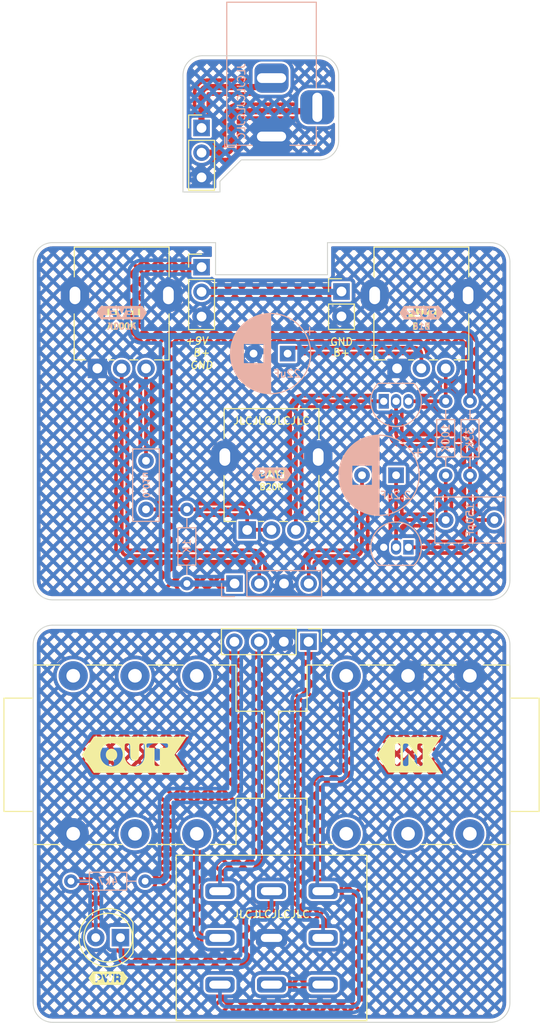
<source format=kicad_pcb>
(kicad_pcb (version 20221018) (generator pcbnew)
  (layers (0 "F.Cu" signal) (31 "B.Cu" signal) (34 "B.Paste" user) (35 "F.Paste" user) (36 "B.SilkS" user "B.Silkscreen") (37 "F.SilkS" user "F.Silkscreen") (38 "B.Mask" user) (39 "F.Mask" user) (44 "Edge.Cuts" user))
  (net 0 "")
  (net 1 "Net-(Q1-C)")
  (net 2 "Net-(Q1-B)")
  (net 3 "GND")
  (net 4 "Net-(Q2-C)")
  (net 5 "Net-(Q2-E)")
  (net 6 "+9V")
  (net 7 "Net-(C4-Pad1)")
  (net 8 "Net-(D1-A)")
  (net 9 "Net-(C3-Pad1)")
  (net 10 "Net-(C4-Pad2)")
  (net 11 "/IN")
  (net 12 "Net-(SW1A-C)")
  (net 13 "Net-(SW1A-A)")
  (net 14 "Net-(SW1C-B)")
  (net 16 "/OUT")
  (net 17 "/L")
  (net 18 "/B+")
  (footprint "kibuzzard-6566B11B" (layer "F.Cu") (at 163.615 121.115)
    (fp_text reference "kibuzzard-6566B11B" hide)
    (fp_text value "G***" hide)
  )
  (footprint "Fuzz:3PDT" (layer "F.Cu") (at 149.5 139.93)
    (fp_text reference "SW1" hide)
    (fp_text value "SW_TPDT_x3")
    (pad "1" thru_hole roundrect (at 5.3 -4.8) (size 3 1.625) (drill oval 2.2 0.825) (layers "*.Cu" "*.Mask") (net 13 "Net-(SW1A-A)"))
    (pad "2" thru_hole roundrect (at 5.3 0) (size 3 1.625) (drill oval 2.2 0.825) (layers "*.Cu" "*.Mask") (net 11 "/IN"))
    (pad "3" thru_hole roundrect (at 5.3 4.8) (size 3 1.625) (drill oval 2.2 0.825) (layers "*.Cu" "*.Mask") (net 12 "Net-(SW1A-C)"))
    (pad "4" thru_hole roundrect (at 0 -4.8) (size 3 1.625) (drill oval 2.2 0.825) (layers "*.Cu" "*.Mask") (net 17 "/L"))
    (pad "5" thru_hole roundrect (at 0 0) (size 3 1.625) (drill oval 2.2 0.825) (layers "*.Cu" "*.Mask") (net 3 "GND"))
    (pad "6" thru_hole roundrect (at 0 4.8) (size 3 1.625) (drill oval 2.2 0.825) (layers "*.Cu" "*.Mask") (net 12 "Net-(SW1A-C)"))
    (pad "7" thru_hole roundrect (at -5.3 -4.8) (size 3 1.625) (drill oval 2.2 0.825) (layers "*.Cu" "*.Mask") (net 16 "/OUT"))
    (pad "8" thru_hole roundrect (at -5.3 0) (size 3 1.625) (drill oval 2.2 0.825) (layers "*.Cu" "*.Mask") (net 14 "Net-(SW1C-B)"))
    (pad "9" thru_hole roundrect (at -5.3 4.8) (size 3 1.625) (drill oval 2.2 0.825) (layers "*.Cu" "*.Mask") (net 13 "Net-(SW1A-A)"))
  )
  (footprint "Connector_Audio:Jack_6.35mm_Neutrik_NMJ6HCD2_Horizontal" (layer "F.Cu") (at 157.18 113)
    (fp_text reference "J1" hide)
    (fp_text value "Audio In")
    (pad "R" thru_hole circle (at 6.35 0) (size 3 3) (drill 1.4) (layers "*.Cu" "*.Mask") (net 3 "GND"))
    (pad "RN" thru_hole circle (at 6.35 16.23) (size 3 3) (drill 1.4) (layers "*.Cu" "*.Mask"))
    (pad "S" thru_hole circle (at 12.7 0) (size 3 3) (drill 1.4) (layers "*.Cu" "*.Mask") (net 3 "GND"))
    (pad "SN" thru_hole circle (at 12.7 16.23) (size 3 3) (drill 1.4) (layers "*.Cu" "*.Mask"))
    (pad "T" thru_hole circle (at 0 0) (size 3 3) (drill 1.4) (layers "*.Cu" "*.Mask") (net 13 "Net-(SW1A-A)"))
    (pad "TN" thru_hole circle (at 0 16.23) (size 3 3) (drill 1.4) (layers "*.Cu" "*.Mask"))
  )
  (footprint "Connector_Audio:Jack_6.35mm_Neutrik_NMJ6HCD2_Horizontal" (layer "F.Cu") (at 141.82 129.23 180)
    (fp_text reference "J2" hide)
    (fp_text value "Audio Out")
    (pad "R" thru_hole circle (at 6.35 0 180) (size 3 3) (drill 1.4) (layers "*.Cu" "*.Mask"))
    (pad "RN" thru_hole circle (at 6.35 16.23 180) (size 3 3) (drill 1.4) (layers "*.Cu" "*.Mask"))
    (pad "S" thru_hole circle (at 12.7 0 180) (size 3 3) (drill 1.4) (layers "*.Cu" "*.Mask") (net 3 "GND"))
    (pad "SN" thru_hole circle (at 12.7 16.23 180) (size 3 3) (drill 1.4) (layers "*.Cu" "*.Mask"))
    (pad "T" thru_hole circle (at 0 0 180) (size 3 3) (drill 1.4) (layers "*.Cu" "*.Mask") (net 14 "Net-(SW1C-B)"))
    (pad "TN" thru_hole circle (at 0 16.23 180) (size 3 3) (drill 1.4) (layers "*.Cu" "*.Mask"))
  )
  (footprint "Potentiometer_THT:Potentiometer_Alpha_RD901F-40-00D_Single_Vertical" (layer "F.Cu") (at 131.6 81.425 90)
    (fp_text reference "RV2" hide)
    (fp_text value "A100K")
    (pad "" thru_hole oval (at 7.5 -2.3 180) (size 2.72 3.24) (drill oval 1.1 1.8) (layers "*.Cu" "*.Mask") (net 3 "GND"))
    (pad "" thru_hole oval (at 7.5 7.3 180) (size 2.72 3.24) (drill oval 1.1 1.8) (layers "*.Cu" "*.Mask") (net 3 "GND"))
    (pad "1" thru_hole rect (at 0 0 180) (size 1.8 1.8) (drill 1) (layers "*.Cu" "*.Mask") (net 3 "GND"))
    (pad "2" thru_hole circle (at 0 2.5 180) (size 1.8 1.8) (drill 1) (layers "*.Cu" "*.Mask") (net 16 "/OUT"))
    (pad "3" thru_hole circle (at 0 5 180) (size 1.8 1.8) (drill 1) (layers "*.Cu" "*.Mask") (net 10 "Net-(C4-Pad2)"))
  )
  (footprint "Connector_PinHeader_2.54mm:PinHeader_1x03_P2.54mm_Vertical" (layer "F.Cu") (at 142.31 71.02)
    (fp_text reference "J7" hide)
    (fp_text value "Conn_01x03")
    (pad "1" thru_hole rect (at 0 0) (size 1.7 1.7) (drill 1) (layers "*.Cu" "*.Mask") (net 6 "+9V"))
    (pad "2" thru_hole oval (at 0 2.54) (size 1.7 1.7) (drill 1) (layers "*.Cu" "*.Mask") (net 18 "/B+"))
    (pad "3" thru_hole oval (at 0 5.08) (size 1.7 1.7) (drill 1) (layers "*.Cu" "*.Mask") (net 3 "GND"))
  )
  (footprint "kibuzzard-6566B525" (layer "F.Cu") (at 132.7 144.065)
    (fp_text reference "kibuzzard-6566B525" hide)
    (fp_text value "G***" hide)
  )
  (footprint "kibuzzard-65663E0B" (layer "F.Cu") (at 134.1 75.7)
    (fp_text reference "kibuzzard-65663E0B" hide)
    (fp_text value "G***" hide)
  )
  (footprint "Connector_PinHeader_2.54mm:PinHeader_1x03_P2.54mm_Vertical" (layer "F.Cu") (at 142.31 56.72)
    (fp_text reference "J6" hide)
    (fp_text value "Conn_01x03")
    (pad "1" thru_hole rect (at 0 0) (size 1.7 1.7) (drill 1) (layers "*.Cu" "*.Mask") (net 6 "+9V"))
    (pad "2" thru_hole oval (at 0 2.54) (size 1.7 1.7) (drill 1) (layers "*.Cu" "*.Mask") (net 18 "/B+"))
    (pad "3" thru_hole oval (at 0 5.08) (size 1.7 1.7) (drill 1) (layers "*.Cu" "*.Mask") (net 3 "GND"))
  )
  (footprint "kibuzzard-6566AFB7" (layer "F.Cu") (at 135.385 121.115)
    (fp_text reference "kibuzzard-6566AFB7" hide)
    (fp_text value "G***" hide)
  )
  (footprint "LED_THT:LED_D5.0mm" (layer "F.Cu") (at 133.975 139.9 180)
    (fp_text reference "D1" hide)
    (fp_text value "LED")
    (pad "1" thru_hole rect (at 0 0 180) (size 1.8 1.8) (drill 0.9) (layers "*.Cu" "*.Mask") (net 17 "/L"))
    (pad "2" thru_hole circle (at 2.54 0 180) (size 1.8 1.8) (drill 0.9) (layers "*.Cu" "*.Mask") (net 8 "Net-(D1-A)"))
  )
  (footprint "Potentiometer_THT:Potentiometer_Alpha_RD901F-40-00D_Single_Vertical" (layer "F.Cu") (at 162.4 81.425 90)
    (fp_text reference "RV1" hide)
    (fp_text value "B1K")
    (pad "" thru_hole oval (at 7.5 -2.3 180) (size 2.72 3.24) (drill oval 1.1 1.8) (layers "*.Cu" "*.Mask") (net 3 "GND"))
    (pad "" thru_hole oval (at 7.5 7.3 180) (size 2.72 3.24) (drill oval 1.1 1.8) (layers "*.Cu" "*.Mask") (net 3 "GND"))
    (pad "1" thru_hole rect (at 0 0 180) (size 1.8 1.8) (drill 1) (layers "*.Cu" "*.Mask") (net 3 "GND"))
    (pad "2" thru_hole circle (at 0 2.5 180) (size 1.8 1.8) (drill 1) (layers "*.Cu" "*.Mask") (net 9 "Net-(C3-Pad1)"))
    (pad "3" thru_hole circle (at 0 5 180) (size 1.8 1.8) (drill 1) (layers "*.Cu" "*.Mask") (net 5 "Net-(Q2-E)"))
  )
  (footprint "kibuzzard-6566ADCD" (layer "F.Cu") (at 164.9 75.7)
    (fp_text reference "kibuzzard-6566ADCD" hide)
    (fp_text value "G***" hide)
  )
  (footprint "Potentiometer_THT:Potentiometer_Alpha_RD901F-40-00D_Single_Vertical" (layer "F.Cu") (at 147 98.025 90)
    (fp_text reference "RV3" hide)
    (fp_text value "20K")
    (pad "" thru_hole oval (at 7.5 -2.3 180) (size 2.72 3.24) (drill oval 1.1 1.8) (layers "*.Cu" "*.Mask") (net 3 "GND"))
    (pad "" thru_hole oval (at 7.5 7.3 180) (size 2.72 3.24) (drill oval 1.1 1.8) (layers "*.Cu" "*.Mask") (net 3 "GND"))
    (pad "1" thru_hole rect (at 0 0 180) (size 1.8 1.8) (drill 1) (layers "*.Cu" "*.Mask") (net 7 "Net-(C4-Pad1)"))
    (pad "2" thru_hole circle (at 0 2.5 180) (size 1.8 1.8) (drill 1) (layers "*.Cu" "*.Mask") (net 7 "Net-(C4-Pad1)"))
    (pad "3" thru_hole circle (at 0 5 180) (size 1.8 1.8) (drill 1) (layers "*.Cu" "*.Mask") (net 4 "Net-(Q2-C)"))
  )
  (footprint "kibuzzard-6566B576" (layer "F.Cu") (at 149.5 92.3)
    (fp_text reference "kibuzzard-6566B576" hide)
    (fp_text value "G***" hide)
  )
  (footprint "Connector_PinHeader_2.54mm:PinHeader_1x02_P2.54mm_Vertical" (layer "F.Cu") (at 156.69 73.54)
    (fp_text reference "BT1" hide)
    (fp_text value "9V")
    (pad "1" thru_hole rect (at 0 -0.02) (size 1.7 1.7) (drill 1) (layers "*.Cu" "*.Mask") (net 18 "/B+"))
    (pad "2" thru_hole oval (at 0 2.54) (size 1.7 1.7) (drill 1) (layers "*.Cu" "*.Mask") (net 3 "GND"))
  )
  (footprint "Connector_PinHeader_2.54mm:PinHeader_1x04_P2.54mm_Vertical" (layer "F.Cu") (at 153.3 109.5 -90)
    (fp_text reference "J8" hide)
    (fp_text value "Conn_01x04")
    (pad "1" thru_hole rect (at 0 0 270) (size 1.7 1.7) (drill 1) (layers "*.Cu" "*.Mask") (net 11 "/IN"))
    (pad "2" thru_hole oval (at 0 2.54 270) (size 1.7 1.7) (drill 1) (layers "*.Cu" "*.Mask") (net 3 "GND"))
    (pad "3" thru_hole oval (at 0 5.08 270) (size 1.7 1.7) (drill 1) (layers "*.Cu" "*.Mask") (net 16 "/OUT"))
    (pad "4" thru_hole oval (at 0 7.62 270) (size 1.7 1.7) (drill 1) (layers "*.Cu" "*.Mask") (net 6 "+9V"))
  )
  (footprint "Connector_PinSocket_2.54mm:PinSocket_1x04_P2.54mm_Vertical" (layer "B.Cu") (at 145.7 103.525 -90)
    (fp_text reference "J4" hide)
    (fp_text value "Conn_01x04")
    (pad "1" thru_hole rect (at 0 0 270) (size 1.7 1.7) (drill 1) (layers "*.Cu" "*.Mask") (net 6 "+9V"))
    (pad "2" thru_hole oval (at 0 -2.54 270) (size 1.7 1.7) (drill 1) (layers "*.Cu" "*.Mask") (net 16 "/OUT"))
    (pad "3" thru_hole oval (at 0 -5.08 270) (size 1.7 1.7) (drill 1) (layers "*.Cu" "*.Mask") (net 3 "GND"))
    (pad "4" thru_hole oval (at 0 -7.62 270) (size 1.7 1.7) (drill 1) (layers "*.Cu" "*.Mask") (net 11 "/IN"))
  )
  (footprint "kibuzzard-6566B0F9" (layer "B.Cu") (at 135.4 121.1 180)
    (fp_text reference "kibuzzard-6566B0F9" hide)
    (fp_text value "G***" hide)
    (fp_poly (pts (xy -2.917825 0) (xy -2.89754 -0.176565) (xy -2.836686 -0.329494) (xy -2.735263 -0.458787) (xy -2.541984 -0.590947) (xy -2.327275 -0.635) (xy -2.112963 -0.592138) (xy -1.920875 -0.46355) (xy -1.820333 -0.336197) (xy -1.760008 -0.182739) (xy -1.7399 -0.003175) (xy -1.760185 0.176742) (xy -1.821039 0.331258) (xy -1.922463 0.460375) (xy -2.115741 0.591344) (xy -2.33045 0.635) (xy -2.544763 0.590947) (xy -2.73685 0.458788) (xy -2.837392 0.329494) (xy -2.897717 0.176565) (xy -2.917825 0)) (fill solid) (layer "B.Cu"))
    (fp_poly (pts (xy -3.4798 1.858433) (xy -4.141258 1.858433) (xy -5.380214 1.858433) (xy -4.141258 0) (xy -5.380214 -1.858433) (xy -4.141258 -1.858433) (xy -3.4798 -1.858433) (xy -2.320925 -1.858433) (xy -2.320925 -1.196975) (xy -2.553196 -1.175147) (xy -2.767409 -1.109663) (xy -2.963565 -1.000522) (xy -3.141663 -0.847725) (xy -3.289598 -0.664766) (xy -3.395266 -0.465138) (xy -3.458666 -0.248841) (xy -3.4798 -0.015875) (xy -3.455988 0.239316) (xy -3.38455 0.477838) (xy -3.273425 0.689372) (xy -3.13055 0.8636) (xy -2.959894 1.002506) (xy -2.765425 1.108075) (xy -2.555875 1.17475) (xy -2.339975 1.196975) (xy -2.112764 1.175742) (xy -1.901031 1.112044) (xy -1.704777 1.00588) (xy -1.524 0.85725) (xy -1.372592 0.677168) (xy -1.264444 0.476647) (xy -1.199555 0.255687) (xy -1.177925 0.014288) (xy -1.198562 -0.228005) (xy -1.260475 -0.451644) (xy -1.363663 -0.65663) (xy -1.508125 -0.842963) (xy -1.68275 -0.997843) (xy -1.876425 -1.108472) (xy -2.08915 -1.174849) (xy -2.320925 -1.196975) (xy -2.320925 -1.858433) (xy 0.049213 -1.858433) (xy 0.049213 -1.196975) (xy -0.182562 -1.171575) (xy -0.392112 -1.095375) (xy -0.571897 -0.9779) (xy -0.714375 -0.828675) (xy -0.826889 -0.654844) (xy -0.907256 -0.4699) (xy -0.955477 -0.273844) (xy -0.97155 -0.066675) (xy -0.97155 0.889) (xy -0.966788 1.001713) (xy -0.936625 1.08585) (xy -0.8509 1.152525) (xy -0.688975 1.171575) (xy -0.52705 1.152525) (xy -0.4445 1.08585) (xy -0.4064 0.885825) (xy -0.4064 -0.066675) (xy -0.382587 -0.255587) (xy -0.31115 -0.434975) (xy -0.168275 -0.57785) (xy 0.05715 -0.631825) (xy 0.259556 -0.588963) (xy 0.403225 -0.460375) (xy 0.48895 -0.275431) (xy 0.517525 -0.0635) (xy 0.517525 0.90805) (xy 0.549275 1.082675) (xy 0.64135 1.152525) (xy 0.792163 1.171575) (xy 0.936625 1.1557) (xy 1.019175 1.1176) (xy 1.06045 1.050925) (xy 1.0795 0.885825) (xy 1.0795 -0.073025) (xy 1.063228 -0.277812) (xy 1.014413 -0.473075) (xy 0.933053 -0.658812) (xy 0.81915 -0.835025) (xy 0.673894 -0.981472) (xy 0.492125 -1.096963) (xy 0.281384 -1.171972) (xy 0.049213 -1.196975) (xy 0.049213 -1.858433) (xy 2.365375 -1.858433) (xy 2.365375 -1.158875) (xy 2.208213 -1.139825) (xy 2.125663 -1.074738) (xy 2.097088 -0.992187) (xy 2.092325 -0.88265) (xy 2.092325 0.7112) (xy 1.482725 0.7112) (xy 1.3335 0.735013) (xy 1.27 0.809625) (xy 1.254125 0.942975) (xy 1.27 1.074738) (xy 1.323975 1.143) (xy 1.4859 1.171575) (xy 3.2512 1.171575) (xy 3.400425 1.147763) (xy 3.463925 1.07315) (xy 3.4798 0.9398) (xy 3.463925 0.808038) (xy 3.40995 0.739775) (xy 3.248025 0.7112) (xy 2.6416 0.7112) (xy 2.6416 -0.885825) (xy 2.636838 -0.993775) (xy 2.608263 -1.074738) (xy 2.524125 -1.139825) (xy 2.365375 -1.158875) (xy 2.365375 -1.858433) (xy 3.4798 -1.858433) (xy 4.141258 -1.858433) (xy 5.380214 0) (xy 4.141258 1.858433) (xy 3.4798 1.858433) (xy -3.4798 1.858433)) (fill solid) (layer "B.Cu"))
  )
  (footprint "Resistor_THT:R_Axial_DIN0204_L3.6mm_D1.6mm_P7.62mm_Horizontal" (layer "B.Cu") (at 140.8 103.525 90)
    (fp_text reference "R3" hide)
    (fp_text value "1K" (at 3.81 0 90) (layer "B.SilkS") (effects (font (size 0.762 0.762) (thickness 0.127) bold) (justify mirror)))
    (pad "1" thru_hole circle (at 0 0 90) (size 1.4 1.4) (drill 0.7) (layers "*.Cu" "*.Mask") (net 6 "+9V"))
    (pad "2" thru_hole oval (at 7.62 0 90) (size 1.4 1.4) (drill 0.7) (layers "*.Cu" "*.Mask") (net 7 "Net-(C4-Pad1)"))
  )
  (footprint "Resistor_THT:R_Axial_DIN0204_L3.6mm_D1.6mm_P7.62mm_Horizontal" (layer "B.Cu") (at 167.4 92.41 90)
    (fp_text reference "R2" hide)
    (fp_text value "100K" (at 3.81 0 90) (layer "B.SilkS") (effects (font (size 0.762 0.762) (thickness 0.127) bold) (justify mirror)))
    (pad "1" thru_hole circle (at 0 0 90) (size 1.4 1.4) (drill 0.7) (layers "*.Cu" "*.Mask") (net 2 "Net-(Q1-B)"))
    (pad "2" thru_hole oval (at 7.62 0 90) (size 1.4 1.4) (drill 0.7) (layers "*.Cu" "*.Mask") (net 5 "Net-(Q2-E)"))
  )
  (footprint "Capacitor_THT:C_Rect_L7.2mm_W2.5mm_P5.00mm_FKS2_FKP2_MKS2_MKP2" (layer "B.Cu") (at 136.6 95.915 90)
    (fp_text reference "C4" hide)
    (fp_text value "0.01uF")
    (pad "1" thru_hole circle (at 0.01 0 90) (size 1.6 1.6) (drill 0.8) (layers "*.Cu" "*.Mask") (net 7 "Net-(C4-Pad1)"))
    (pad "2" thru_hole circle (at 5 0 90) (size 1.6 1.6) (drill 0.8) (layers "*.Cu" "*.Mask") (net 10 "Net-(C4-Pad2)"))
  )
  (footprint "Capacitor_THT:CP_Radial_D8.0mm_P3.50mm" (layer "B.Cu") (at 162.3 92.4 180)
    (fp_text reference "C1" hide)
    (fp_text value "2.2uF" (at 0.052651 -2.065) (layer "B.SilkS") (effects (font (size 0.762 0.762) (thickness 0.127) bold) (justify mirror)))
    (pad "1" thru_hole rect (at 0 0 180) (size 1.6 1.6) (drill 0.8) (layers "*.Cu" "*.Mask") (net 2 "Net-(Q1-B)"))
    (pad "2" thru_hole circle (at 3.5 0 180) (size 1.6 1.6) (drill 0.8) (layers "*.Cu" "*.Mask") (net 11 "/IN"))
  )
  (footprint "Resistor_THT:R_Axial_DIN0204_L3.6mm_D1.6mm_P7.62mm_Horizontal" (layer "B.Cu") (at 136.51 134.1 180)
    (fp_text reference "R4" hide)
    (fp_text value "4K7")
    (pad "1" thru_hole circle (at 0 0 180) (size 1.4 1.4) (drill 0.7) (layers "*.Cu" "*.Mask") (net 6 "+9V"))
    (pad "2" thru_hole oval (at 7.62 0 180) (size 1.4 1.4) (drill 0.7) (layers "*.Cu" "*.Mask") (net 8 "Net-(D1-A)"))
  )
  (footprint "kibuzzard-6566B576" (layer "B.Cu") (at 149.5 92.3 180)
    (fp_text reference "kibuzzard-6566B576" hide)
    (fp_text value "G***" hide)
  )
  (footprint "Connector_BarrelJack:BarrelJack_Horizontal" (layer "B.Cu") (at 149.5 57.6 -90)
    (fp_text reference "J3" hide)
    (fp_text value "DC In")
    (pad "1" thru_hole rect (at 0 0 270) (size 3.5 3.5) (drill oval 1 3) (layers "*.Cu" "*.Mask") (net 3 "GND"))
    (pad "2" thru_hole roundrect (at -6 0 270) (size 3 3.5) (drill oval 1 3) (layers "*.Cu" "*.Mask") (net 6 "+9V"))
    (pad "3" thru_hole roundrect (at -3 -4.7 270) (size 3.5 3.5) (drill oval 3 1) (layers "*.Cu" "*.Mask") (net 18 "/B+"))
  )
  (footprint "kibuzzard-65663E0B" (layer "B.Cu") (at 134.1 75.7 180)
    (fp_text reference "kibuzzard-65663E0B" hide)
    (fp_text value "G***" hide)
  )
  (footprint "Package_TO_SOT_THT:TO-92_Inline" (layer "B.Cu") (at 163.57 99.8 180)
    (fp_text reference "Q1" hide)
    (fp_text value "2N5088")
    (pad "1" thru_hole rect (at 0 0 180) (size 1.05 1.5) (drill 0.75) (layers "*.Cu" "*.Mask") (net 1 "Net-(Q1-C)"))
    (pad "2" thru_hole oval (at 1.27 0 180) (size 1.05 1.5) (drill 0.75) (layers "*.Cu" "*.Mask") (net 2 "Net-(Q1-B)"))
    (pad "3" thru_hole oval (at 2.54 0 180) (size 1.05 1.5) (drill 0.75) (layers "*.Cu" "*.Mask") (net 3 "GND"))
  )
  (footprint "Package_TO_SOT_THT:TO-92_Inline" (layer "B.Cu") (at 161.03 84.8)
    (fp_text reference "Q2" hide)
    (fp_text value "2N5088")
    (pad "1" thru_hole rect (at 0 0) (size 1.05 1.5) (drill 0.75) (layers "*.Cu" "*.Mask") (net 4 "Net-(Q2-C)"))
    (pad "2" thru_hole oval (at 1.27 0) (size 1.05 1.5) (drill 0.75) (layers "*.Cu" "*.Mask") (net 1 "Net-(Q1-C)"))
    (pad "3" thru_hole oval (at 2.54 0) (size 1.05 1.5) (drill 0.75) (layers "*.Cu" "*.Mask") (net 5 "Net-(Q2-E)"))
  )
  (footprint "kibuzzard-6566ADCD" (layer "B.Cu") (at 164.9 75.7 180)
    (fp_text reference "kibuzzard-6566ADCD" hide)
    (fp_text value "G***" hide)
  )
  (footprint "Capacitor_THT:CP_Radial_D8.0mm_P3.50mm" (layer "B.Cu") (at 151.152651 79.9 180)
    (fp_text reference "C3" hide)
    (fp_text value "22uF" (at 0.052651 -2.065) (layer "B.SilkS") (effects (font (size 0.762 0.762) (thickness 0.127) bold) (justify mirror)))
    (pad "1" thru_hole rect (at 0 0 180) (size 1.6 1.6) (drill 0.8) (layers "*.Cu" "*.Mask") (net 9 "Net-(C3-Pad1)"))
    (pad "2" thru_hole circle (at 3.5 0 180) (size 1.6 1.6) (drill 0.8) (layers "*.Cu" "*.Mask") (net 3 "GND"))
  )
  (footprint "Resistor_THT:R_Axial_DIN0204_L3.6mm_D1.6mm_P7.62mm_Horizontal" (layer "B.Cu") (at 169.9 84.79 -90)
    (fp_text reference "R1" hide)
    (fp_text value "33K" (at 3.81 0 -270) (layer "B.SilkS") (effects (font (size 0.762 0.762) (thickness 0.127) bold) (justify mirror)))
    (pad "1" thru_hole circle (at 0 0 270) (size 1.4 1.4) (drill 0.7) (layers "*.Cu" "*.Mask") (net 6 "+9V"))
    (pad "2" thru_hole oval (at 7.62 0 270) (size 1.4 1.4) (drill 0.7) (layers "*.Cu" "*.Mask") (net 1 "Net-(Q1-C)"))
  )
  (footprint "Capacitor_THT:C_Rect_L7.0mm_W4.5mm_P5.00mm" (layer "B.Cu") (at 167.4 97)
    (fp_text reference "C2" hide)
    (fp_text value "150pF" (at 2.5 0 -90) (layer "B.SilkS") (effects (font (size 0.762 0.762) (thickness 0.127) bold) (justify mirror)))
    (pad "1" thru_hole circle (at 0 0) (size 1.6 1.6) (drill 0.8) (layers "*.Cu" "*.Mask") (net 2 "Net-(Q1-B)"))
    (pad "2" thru_hole circle (at 5 0) (size 1.6 1.6) (drill 0.8) (layers "*.Cu" "*.Mask") (net 1 "Net-(Q1-C)"))
  )
  (footprint "kibuzzard-6566B130" (layer "B.Cu") (at 163.6 121.1 180)
    (fp_text reference "kibuzzard-6566B130" hide)
    (fp_text value "G***" hide)
    (fp_poly (pts (xy -1.423988 1.825096) (xy -2.085446 1.825096) (xy -3.302176 1.825096) (xy -2.085446 0) (xy -3.302176 -1.825096) (xy -2.085446 -1.825096) (xy -1.423988 -1.825096) (xy -1.144588 -1.825096) (xy -1.144588 -1.163637) (xy -1.3208 -1.133475) (xy -1.404938 -1.042988) (xy -1.423988 -0.881063) (xy -1.423988 0.884238) (xy -1.419225 0.993775) (xy -1.389063 1.077913) (xy -1.304925 1.142206) (xy -1.141413 1.163637) (xy -0.964406 1.134269) (xy -0.877888 1.046163) (xy -0.862013 0.881063) (xy -0.862013 -0.884237) (xy -0.866775 -0.995363) (xy -0.896938 -1.077913) (xy -0.981075 -1.142206) (xy -1.144588 -1.163637) (xy -1.144588 -1.825096) (xy 1.141413 -1.825096) (xy 1.141413 -1.163637) (xy 0.969963 -1.144588) (xy 0.890588 -1.084262) (xy 0.666044 -0.785107) (xy 0.468665 -0.52264) (xy 0.29845 -0.296863) (xy 0.155399 -0.107774) (xy 0.039511 0.044626) (xy -0.049212 0.160338) (xy -0.049212 -0.884237) (xy -0.053975 -0.995363) (xy -0.084137 -1.077913) (xy -0.168275 -1.142206) (xy -0.331787 -1.163637) (xy -0.490537 -1.142206) (xy -0.573088 -1.077913) (xy -0.60325 -0.992188) (xy -0.608013 -0.881063) (xy -0.608013 0.890588) (xy -0.57785 1.0668) (xy -0.487362 1.141413) (xy -0.331787 1.160463) (xy -0.180975 1.143) (xy -0.103188 1.103313) (xy -0.030162 1.020763) (xy 0.180799 0.734219) (xy 0.367065 0.482071) (xy 0.528637 0.264319) (xy 0.665515 0.080963) (xy 0.777699 -0.067998) (xy 0.865187 -0.182562) (xy 0.865187 0.890588) (xy 0.89535 1.0668) (xy 0.985838 1.141413) (xy 1.13665 1.160463) (xy 1.2827 1.144588) (xy 1.36525 1.106488) (xy 1.404938 1.039813) (xy 1.423988 0.877888) (xy 1.423988 -0.884237) (xy 1.419225 -0.995363) (xy 1.389063 -1.077913) (xy 1.304925 -1.142206) (xy 1.141413 -1.163637) (xy 1.141413 -1.825096) (xy 1.423988 -1.825096) (xy 2.085446 -1.825096) (xy 3.302176 0) (xy 2.085446 1.825096) (xy 1.423988 1.825096) (xy -1.423988 1.825096)) (fill solid) (layer "B.Cu"))
  )
  (gr_line (start 140.4 63.3) (end 140.4 51.3) (stroke (width 0.1)) (layer "Edge.Cuts"))
  (gr_arc (start 174 103.2) (mid 173.414214 104.614214) (end 172 105.2) (stroke (width 0.1)) (layer "Edge.Cuts"))
  (gr_arc (start 125 109.8) (mid 125.585786 108.385786) (end 127 107.8) (stroke (width 0.1)) (layer "Edge.Cuts"))
  (gr_line (start 172 68.5) (end 155.25 68.5) (stroke (width 0.1)) (layer "Edge.Cuts"))
  (gr_arc (start 156.4 58) (mid 155.814214 59.414214) (end 154.4 60) (stroke (width 0.1)) (layer "Edge.Cuts"))
  (gr_arc (start 127 105.2) (mid 125.585786 104.614214) (end 125 103.2) (stroke (width 0.1)) (layer "Edge.Cuts"))
  (gr_line (start 142.4 49.3) (end 154.4 49.3) (stroke (width 0.1)) (layer "Edge.Cuts"))
  (gr_line (start 127 148.6) (end 172 148.6) (stroke (width 0.1)) (layer "Edge.Cuts"))
  (gr_line (start 144.2 62.2) (end 144.2 63.3) (stroke (width 0.1)) (layer "Edge.Cuts"))
  (gr_arc (start 140.4 51.3) (mid 140.985786 49.885786) (end 142.4 49.3) (stroke (width 0.1)) (layer "Edge.Cuts"))
  (gr_line (start 143.75 68.5) (end 127 68.5) (stroke (width 0.1)) (layer "Edge.Cuts"))
  (gr_line (start 125 109.8) (end 125 146.6) (stroke (width 0.1)) (layer "Edge.Cuts"))
  (gr_line (start 144.2 63.3) (end 140.4 63.3) (stroke (width 0.1)) (layer "Edge.Cuts"))
  (gr_line (start 143.75 71.8) (end 155.25 71.8) (stroke (width 0.1)) (layer "Edge.Cuts"))
  (gr_line (start 127 105.2) (end 172 105.2) (stroke (width 0.1)) (layer "Edge.Cuts"))
  (gr_arc (start 127 148.6) (mid 125.585786 148.014214) (end 125 146.6) (stroke (width 0.1)) (layer "Edge.Cuts"))
  (gr_line (start 155.25 71.8) (end 155.25 68.5) (stroke (width 0.1)) (layer "Edge.Cuts"))
  (gr_line (start 144.2 62.2) (end 146.4 60) (stroke (width 0.1)) (layer "Edge.Cuts"))
  (gr_arc (start 174 146.6) (mid 173.414214 148.014214) (end 172 148.6) (stroke (width 0.1)) (layer "Edge.Cuts"))
  (gr_line (start 172 107.8) (end 127 107.8) (stroke (width 0.1)) (layer "Edge.Cuts"))
  (gr_arc (start 172 68.5) (mid 173.414214 69.085786) (end 174 70.5) (stroke (width 0.1)) (layer "Edge.Cuts"))
  (gr_line (start 143.75 68.5) (end 143.75 71.8) (stroke (width 0.1)) (layer "Edge.Cuts"))
  (gr_arc (start 154.4 49.3) (mid 155.814214 49.885786) (end 156.4 51.3) (stroke (width 0.1)) (layer "Edge.Cuts"))
  (gr_line (start 125 70.5) (end 125 103.2) (stroke (width 0.1)) (layer "Edge.Cuts"))
  (gr_line (start 146.4 60) (end 154.4 60) (stroke (width 0.1)) (layer "Edge.Cuts"))
  (gr_arc (start 125 70.5) (mid 125.585786 69.085786) (end 127 68.5) (stroke (width 0.1)) (layer "Edge.Cuts"))
  (gr_line (start 156.4 51.3) (end 156.4 58) (stroke (width 0.1)) (layer "Edge.Cuts"))
  (gr_line (start 174 103.2) (end 174 70.5) (stroke (width 0.1)) (layer "Edge.Cuts"))
  (gr_line (start 174 146.6) (end 174 109.8) (stroke (width 0.1)) (layer "Edge.Cuts"))
  (gr_arc (start 172 107.8) (mid 173.414214 108.385786) (end 174 109.8) (stroke (width 0.1)) (layer "Edge.Cuts"))
  (gr_text "4k7" (at 132.7 134.1) (layer "B.SilkS") (effects (font (size 0.762 0.762) (thickness 0.127) bold) (justify mirror)))
  (gr_text "A100K" (at 134.1 77.1) (layer "B.SilkS") (effects (font (size 0.635 0.635) (thickness 0.127) bold) (justify mirror)))
  (gr_text "0.01u" (at 136.6 93.4 270) (layer "B.SilkS") (effects (font (size 0.635 0.635) (thickness 0.127) bold) (justify mirror)))
  (gr_text "B1K" (at 164.9 77.1) (layer "B.SilkS") (effects (font (size 0.635 0.635) (thickness 0.127) bold) (justify mirror)))
  (gr_text "JLCJLCJLCJLC" (at 146.4 54 90) (layer "B.SilkS") (effects (font (size 0.762 0.762) (thickness 0.127) bold) (justify mirror)))
  (gr_text "JLCJLCJLCJLC" (at 149.5 137.5) (layer "F.SilkS") (effects (font (size 0.762 0.762) (thickness 0.127) bold)))
  (gr_text "A100K" (at 134.1 77.1) (layer "F.SilkS") (effects (font (size 0.635 0.635) (thickness 0.127) bold)))
  (gr_text "B+" (at 142.3 79.8) (layer "F.SilkS") (effects (font (size 0.762 0.762) (thickness 0.127) bold italic)))
  (gr_text "GND" (at 156.7 78.7) (layer "F.SilkS") (effects (font (size 0.762 0.762) (thickness 0.127) bold)))
  (gr_text "B20K" (at 149.5 93.6) (layer "F.SilkS") (effects (font (size 0.635 0.635) (thickness 0.127) bold)))
  (gr_text "+9V" (at 141.8 78.6) (layer "F.SilkS") (effects (font (size 0.762 0.762) (thickness 0.127) bold italic)))
  (gr_text "B+" (at 156.7 79.8) (layer "F.SilkS") (effects (font (size 0.762 0.762) (thickness 0.127) bold)))
  (gr_text "B1K" (at 164.9 77.1) (layer "F.SilkS") (effects (font (size 0.635 0.635) (thickness 0.127) bold)))
  (gr_text "GND" (at 142.3 81.1) (layer "F.SilkS") (effects (font (size 0.762 0.762) (thickness 0.127) bold italic)))
  (gr_text "JLCJLCJLCJLC" (at 149.5 86.8) (layer "F.SilkS") (effects (font (size 0.762 0.762) (thickness 0.127) bold)))
  (segment (start 169.2 88.8) (end 162.999999 88.8) (width 0.381) (layer "F.Cu") (net 1))
  (segment (start 162.3 88.1) (end 162.3 84.8) (width 0.381) (layer "F.Cu") (net 1))
  (segment (start 169.9 99.1) (end 169.9 97.8201) (width 0.381) (layer "F.Cu") (net 1))
  (segment (start 169.9 97.8201) (end 169.9 96.3) (width 0.381) (layer "F.Cu") (net 1))
  (segment (start 170.599999 97) (end 172.4 97) (width 0.381) (layer "F.Cu") (net 1))
  (segment (start 169.9 92.41) (end 169.9 89.499999) (width 0.381) (layer "F.Cu") (net 1))
  (segment (start 169.2 99.8) (end 163.57 99.8) (width 0.381) (layer "F.Cu") (net 1))
  (segment (start 169.9 92.41) (end 169.9 96.3) (width 0.381) (layer "F.Cu") (net 1))
  (arc (start 169.9 96.3) (mid 170.105024 96.794974) (end 170.599999 97) (width 0.381) (layer "F.Cu") (net 1))
  (arc (start 169.9 97.8201) (mid 170.105024 97.240201) (end 170.599999 97) (width 0.381) (layer "F.Cu") (net 1))
  (arc (start 162.3 88.1) (mid 162.505024 88.594974) (end 162.999999 88.8) (width 0.381) (layer "F.Cu") (net 1))
  (arc (start 169.9 89.499999) (mid 169.694974 89.005024) (end 169.2 88.8) (width 0.381) (layer "F.Cu") (net 1))
  (arc (start 169.2 99.8) (mid 169.694974 99.594974) (end 169.9 99.1) (width 0.381) (layer "F.Cu") (net 1))
  (segment (start 167.4 97) (end 167.4 92.417071) (width 0.381) (layer "F.Cu") (net 2))
  (segment (start 162.3 96.3) (end 162.3 92.4) (width 0.381) (layer "F.Cu") (net 2))
  (segment (start 162.3 97.8201) (end 162.3 96.3) (width 0.381) (layer "F.Cu") (net 2))
  (segment (start 162.3 97.8201) (end 162.3 99.8) (width 0.381) (layer "F.Cu") (net 2))
  (segment (start 167.4 97) (end 162.999999 97) (width 0.381) (layer "F.Cu") (net 2))
  (arc (start 167.395 92.405) (mid 167.3987 92.410538) (end 167.4 92.417071) (width 0.381) (layer "F.Cu") (net 2))
  (arc (start 167.395 92.405) (mid 167.389461 92.401299) (end 167.382928 92.4) (width 0.381) (layer "F.Cu") (net 2))
  (arc (start 162.3 97.8201) (mid 162.505024 97.240201) (end 162.999999 97) (width 0.381) (layer "F.Cu") (net 2))
  (arc (start 162.3 96.3) (mid 162.505024 96.794974) (end 162.999999 97) (width 0.381) (layer "F.Cu") (net 2))
  (segment (start 152.699999 84.8) (end 161.03 84.8) (width 0.381) (layer "F.Cu") (net 4))
  (segment (start 152 85.499999) (end 152 98.025) (width 0.381) (layer "F.Cu") (net 4))
  (arc (start 152.699999 84.8) (mid 152.205024 85.005024) (end 152 85.499999) (width 0.381) (layer "F.Cu") (net 4))
  (segment (start 167.382928 84.8) (end 163.57 84.8) (width 0.381) (layer "F.Cu") (net 5))
  (segment (start 167.4 84.79) (end 167.4 81.425) (width 0.381) (layer "F.Cu") (net 5))
  (arc (start 167.382928 84.8) (mid 167.389461 84.7987) (end 167.395 84.795) (width 0.381) (layer "F.Cu") (net 5))
  (arc (start 167.395 84.795) (mid 167.3987 84.789461) (end 167.4 84.782928) (width 0.381) (layer "F.Cu") (net 5))
  (segment (start 142.305 56.715) (end 142.31 56.72) (width 0.635) (layer "F.Cu") (net 6))
  (segment (start 142.3 56.702928) (end 142.3 53.219999) (width 0.635) (layer "F.Cu") (net 6))
  (segment (start 147.929461 52.52) (end 142.999999 52.52) (width 0.635) (layer "F.Cu") (net 6))
  (arc (start 142.305 56.715) (mid 142.301299 56.709461) (end 142.3 56.702928) (width 0.635) (layer "F.Cu") (net 6))
  (arc (start 142.999999 52.52) (mid 142.505025 52.725025) (end 142.3 53.219999) (width 0.635) (layer "F.Cu") (net 6))
  (arc (start 147.929461 52.52) (mid 148.53048 52.400449) (end 149.04 52.06) (width 0.381) (layer "F.Cu") (net 6))
  (segment (start 145.68 124.6) (end 145.68 109.5) (width 0.635) (layer "B.Cu") (net 6))
  (segment (start 137.9799 78.1) (end 136.219999 78.1) (width 0.635) (layer "B.Cu") (net 6))
  (segment (start 137.9799 78.1) (end 139.499999 78.1) (width 0.635) (layer "B.Cu") (net 6))
  (segment (start 138 134.1) (end 136.51 134.1) (width 0.635) (layer "B.Cu") (net 6))
  (segment (start 140.8 103.525) (end 139.499999 103.525) (width 0.635) (layer "B.Cu") (net 6))
  (segment (start 169.2 78.1) (end 139.499999 78.1) (width 0.635) (layer "B.Cu") (net 6))
  (segment (start 144.98 125.3) (end 139.399999 125.3) (width 0.635) (layer "B.Cu") (net 6))
  (segment (start 169.9 78.799999) (end 169.9 84.79) (width 0.635) (layer "B.Cu") (net 6))
  (segment (start 140.8 103.525) (end 145.7 103.525) (width 0.635) (layer "B.Cu") (net 6))
  (segment (start 135.52 77.4) (end 135.52 71.719999) (width 0.635) (layer "B.Cu") (net 6))
  (segment (start 136.219999 71.02) (end 142.31 71.02) (width 0.635) (layer "B.Cu") (net 6))
  (segment (start 138.8 78.799999) (end 138.8 102.825) (width 0.635) (layer "B.Cu") (net 6))
  (segment (start 138.7 125.999999) (end 138.7 133.4) (width 0.635) (layer "B.Cu") (net 6))
  (arc (start 138.8 78.799999) (mid 139.005024 78.305024) (end 139.499999 78.1) (width 0.635) (layer "B.Cu") (net 6))
  (arc (start 136.219999 78.1) (mid 135.725024 77.894974) (end 135.52 77.4) (width 0.635) (layer "B.Cu") (net 6))
  (arc (start 136.219999 71.02) (mid 135.725024 71.225024) (end 135.52 71.719999) (width 0.635) (layer "B.Cu") (net 6))
  (arc (start 144.98 125.3) (mid 145.474974 125.094974) (end 145.68 124.6) (width 0.635) (layer "B.Cu") (net 6))
  (arc (start 138 134.1) (mid 138.494974 133.894974) (end 138.7 133.4) (width 0.635) (layer "B.Cu") (net 6))
  (arc (start 169.2 78.1) (mid 169.694974 78.305025) (end 169.9 78.799999) (width 0.635) (layer "B.Cu") (net 6))
  (arc (start 137.9799 78.1) (mid 138.559798 78.305024) (end 138.8 78.799999) (width 0.635) (layer "B.Cu") (net 6))
  (arc (start 138.7 125.999999) (mid 138.905024 125.505024) (end 139.399999 125.3) (width 0.635) (layer "B.Cu") (net 6))
  (arc (start 138.8 102.825) (mid 139.005024 103.319974) (end 139.499999 103.525) (width 0.635) (layer "B.Cu") (net 6))
  (segment (start 147 98) (end 149.5 98) (width 0.381) (layer "F.Cu") (net 7))
  (segment (start 140.8 95.905) (end 136.6 95.905) (width 0.381) (layer "F.Cu") (net 7))
  (segment (start 147 96.604999) (end 147 98.025) (width 0.381) (layer "F.Cu") (net 7))
  (segment (start 146.3 95.905) (end 140.8 95.905) (width 0.381) (layer "F.Cu") (net 7))
  (arc (start 147 96.604999) (mid 146.794974 96.110024) (end 146.3 95.905) (width 0.381) (layer "F.Cu") (net 7))
  (segment (start 131.435 134.799999) (end 131.435 139.9) (width 0.381) (layer "B.Cu") (net 8))
  (segment (start 130.735 134.1) (end 128.89 134.1) (width 0.381) (layer "B.Cu") (net 8))
  (arc (start 131.435 134.799999) (mid 131.229974 134.305024) (end 130.735 134.1) (width 0.381) (layer "B.Cu") (net 8))
  (segment (start 164.2 79.3) (end 151.152651 79.3) (width 0.381) (layer "F.Cu") (net 9))
  (segment (start 164.9 79.999999) (end 164.9 81.425) (width 0.381) (layer "F.Cu") (net 9))
  (arc (start 164.9 79.999999) (mid 164.694974 79.505024) (end 164.2 79.3) (width 0.381) (layer "F.Cu") (net 9))
  (segment (start 136.6 90.915) (end 136.6 81.425) (width 0.381) (layer "F.Cu") (net 10))
  (segment (start 153.32 101.399999) (end 153.32 103.525) (width 0.381) (layer "F.Cu") (net 11))
  (segment (start 158.78 100) (end 158.78 98.834142) (width 0.381) (layer "F.Cu") (net 11))
  (segment (start 158.8 98.814142) (end 158.8 99.1) (width 0.381) (layer "F.Cu") (net 11))
  (segment (start 158.8 98.814142) (end 158.8 98.785857) (width 0.381) (layer "F.Cu") (net 11))
  (segment (start 158.8 98.785857) (end 158.8 92.4) (width 0.381) (layer "F.Cu") (net 11))
  (segment (start 154.019999 100.7) (end 158.08 100.7) (width 0.381) (layer "F.Cu") (net 11))
  (arc (start 153.32 101.399999) (mid 153.525024 100.905024) (end 154.019999 100.7) (width 0.381) (layer "F.Cu") (net 11))
  (arc (start 158.78 98.834142) (mid 158.782598 98.821076) (end 158.79 98.81) (width 0.381) (layer "F.Cu") (net 11))
  (arc (start 158.79 98.81) (mid 158.796383 98.80873) (end 158.8 98.814142) (width 0.381) (layer "F.Cu") (net 11))
  (arc (start 158.79 98.81) (mid 158.797401 98.798923) (end 158.8 98.785857) (width 0.381) (layer "F.Cu") (net 11))
  (arc (start 158.78 100) (mid 158.574974 100.494974) (end 158.08 100.7) (width 0.381) (layer "F.Cu") (net 11))
  (segment (start 154.8 138.199999) (end 154.8 139.9) (width 0.381) (layer "B.Cu") (net 11))
  (segment (start 152.2 115.55) (end 152.2 136.8) (width 0.381) (layer "B.Cu") (net 11))
  (segment (start 154.1 137.5) (end 152.899999 137.5) (width 0.381) (layer "B.Cu") (net 11))
  (segment (start 153.3 114.45) (end 153.3 109.6) (width 0.381) (layer "B.Cu") (net 11))
  (arc (start 152.2 115.55) (mid 152.361091 115.161091) (end 152.75 115) (width 0.381) (layer "B.Cu") (net 11))
  (arc (start 154.1 137.5) (mid 154.594974 137.705024) (end 154.8 138.199999) (width 0.381) (layer "B.Cu") (net 11))
  (arc (start 152.899999 137.5) (mid 152.405024 137.294974) (end 152.2 136.8) (width 0.381) (layer "B.Cu") (net 11))
  (arc (start 153.3 114.45) (mid 153.138908 114.838908) (end 152.75 115) (width 0.381) (layer "B.Cu") (net 11))
  (segment (start 149.5 144.7) (end 154.8 144.7) (width 0.381) (layer "B.Cu") (net 12))
  (segment (start 144.2 146.3) (end 144.2 144.73) (width 0.381) (layer "B.Cu") (net 13))
  (segment (start 157.18 122.9) (end 157.18 113) (width 0.381) (layer "B.Cu") (net 13))
  (segment (start 157.7842 135.1) (end 155.224264 135.1) (width 0.381) (layer "B.Cu") (net 13))
  (segment (start 158.4842 135.799999) (end 158.4842 146.3) (width 0.381) (layer "B.Cu") (net 13))
  (segment (start 154.2 124.299999) (end 154.2 134.5) (width 0.381) (layer "B.Cu") (net 13))
  (segment (start 144.899999 147) (end 157.7842 147) (width 0.381) (layer "B.Cu") (net 13))
  (segment (start 156.48 123.6) (end 154.899999 123.6) (width 0.381) (layer "B.Cu") (net 13))
  (arc (start 154.2 124.299999) (mid 154.405024 123.805024) (end 154.899999 123.6) (width 0.381) (layer "B.Cu") (net 13))
  (arc (start 158.4842 146.3) (mid 158.279174 146.794974) (end 157.7842 147) (width 0.381) (layer "B.Cu") (net 13))
  (arc (start 144.899999 147) (mid 144.405024 146.794974) (end 144.2 146.3) (width 0.381) (layer "B.Cu") (net 13))
  (arc (start 158.4842 135.799999) (mid 158.279174 135.305024) (end 157.7842 135.1) (width 0.381) (layer "B.Cu") (net 13))
  (arc (start 156.48 123.6) (mid 156.974974 123.394974) (end 157.18 122.9) (width 0.381) (layer "B.Cu") (net 13))
  (segment (start 142.519999 139.9) (end 144.2 139.9) (width 0.381) (layer "B.Cu") (net 14))
  (segment (start 141.82 139.2) (end 141.82 129.23) (width 0.381) (layer "B.Cu") (net 14))
  (arc (start 141.82 139.2) (mid 142.025024 139.694974) (end 142.519999 139.9) (width 0.381) (layer "B.Cu") (net 14))
  (segment (start 134.799999 100.7) (end 147.54 100.7) (width 0.381) (layer "F.Cu") (net 16))
  (segment (start 148.24 101.399999) (end 148.24 103.525) (width 0.381) (layer "F.Cu") (net 16))
  (segment (start 134.1 100) (end 134.1 81.425) (width 0.381) (layer "F.Cu") (net 16))
  (arc (start 148.24 101.399999) (mid 148.034974 100.905024) (end 147.54 100.7) (width 0.381) (layer "F.Cu") (net 16))
  (arc (start 134.799999 100.7) (mid 134.305024 100.494974) (end 134.1 100) (width 0.381) (layer "F.Cu") (net 16))
  (segment (start 144.899999 132.3) (end 147.52 132.3) (width 0.381) (layer "B.Cu") (net 16))
  (segment (start 148.22 131.6) (end 148.22 109.5) (width 0.381) (layer "B.Cu") (net 16))
  (segment (start 144.2 132.999999) (end 144.2 135.13) (width 0.381) (layer "B.Cu") (net 16))
  (arc (start 148.22 131.6) (mid 148.014974 132.094974) (end 147.52 132.3) (width 0.381) (layer "B.Cu") (net 16))
  (arc (start 144.899999 132.3) (mid 144.405024 132.505024) (end 144.2 132.999999) (width 0.381) (layer "B.Cu") (net 16))
  (segment (start 146.9 138.199999) (end 146.9 141.67) (width 0.381) (layer "B.Cu") (net 17))
  (segment (start 148.8 137.5) (end 147.599999 137.5) (width 0.381) (layer "B.Cu") (net 17))
  (segment (start 149.5 136.8) (end 149.5 135.13) (width 0.381) (layer "B.Cu") (net 17))
  (segment (start 146.2 142.37) (end 134.674999 142.37) (width 0.381) (layer "B.Cu") (net 17))
  (segment (start 133.975 141.67) (end 133.975 139.9) (width 0.381) (layer "B.Cu") (net 17))
  (arc (start 148.8 137.5) (mid 149.294974 137.294974) (end 149.5 136.8) (width 0.381) (layer "B.Cu") (net 17))
  (arc (start 146.2 142.37) (mid 146.694974 142.164974) (end 146.9 141.67) (width 0.381) (layer "B.Cu") (net 17))
  (arc (start 146.9 138.199999) (mid 147.105024 137.705024) (end 147.599999 137.5) (width 0.381) (layer "B.Cu") (net 17))
  (arc (start 133.975 141.67) (mid 134.180024 142.164974) (end 134.674999 142.37) (width 0.381) (layer "B.Cu") (net 17))
  (segment (start 144.770353 59.259079) (end 142.311572 59.259079) (width 0.635) (layer "F.Cu") (net 18))
  (segment (start 142.31046 59.259539) (end 142.31 59.26) (width 0.635) (layer "F.Cu") (net 18))
  (segment (start 145.4015 55.699999) (end 145.4015 58.56) (width 0.635) (layer "F.Cu") (net 18))
  (segment (start 146.101499 55) (end 153.517157 55) (width 0.635) (layer "F.Cu") (net 18))
  (arc (start 145.4015 55.699999) (mid 145.606524 55.205024) (end 146.101499 55) (width 0.635) (layer "F.Cu") (net 18))
  (arc (start 144.770353 59.259079) (mid 145.220166 59.030091) (end 145.4015 58.56) (width 0.635) (layer "F.Cu") (net 18))
  (arc (start 142.31046 59.259539) (mid 142.31097 59.259198) (end 142.311572 59.259079) (width 0.635) (layer "F.Cu") (net 18))
  (segment (start 142.31 73.56) (end 156.7 73.56) (width 0.635) (layer "B.Cu") (net 18))
  (zone (net 3) (net_name "GND") (layers "F&B.Cu") (connect_pads yes (clearance 0.2032)) (min_thickness 0.2032) (fill yes (mode hatch) (thermal_gap 0.5) (thermal_bridge_width 0.5) (hatch_thickness 0.381) (hatch_gap 0.635) (hatch_orientation 45) (hatch_border_algorithm hatch_thickness) (hatch_min_hole_area 0.3))
    (polygon (pts (xy 124.9 107.7) (xy 174.1 107.7) (xy 174.1 148.7) (xy 124.9 148.7)))
  )
  (zone (net 3) (net_name "GND") (layers "F&B.Cu") (connect_pads yes (clearance 0.2032)) (min_thickness 0.2032) (fill yes (mode hatch) (thermal_gap 0.5) (thermal_bridge_width 0.5) (hatch_thickness 0.381) (hatch_gap 0.508) (hatch_orientation 45) (hatch_border_algorithm hatch_thickness) (hatch_min_hole_area 0.3))
    (polygon (pts (xy 140.3 49.2) (xy 156.5 49.2) (xy 156.5 63.4) (xy 140.3 63.4)))
  )
  (zone (net 3) (net_name "GND") (layers "F&B.Cu") (connect_pads yes (clearance 0.2032)) (min_thickness 0.2032) (fill yes (mode hatch) (thermal_gap 0.5) (thermal_bridge_width 0.5) (hatch_thickness 0.381) (hatch_gap 0.635) (hatch_orientation 45) (hatch_border_algorithm hatch_thickness) (hatch_min_hole_area 0.3))
    (polygon (pts (xy 124.9 68.4) (xy 174.1 68.4) (xy 174 105.3) (xy 124.8 105.3)))
  )
)
</source>
